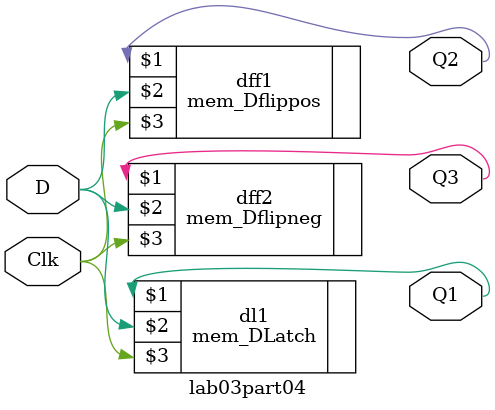
<source format=v>
module lab03part04(
	output Q1, Q2, Q3,
	input D, Clk
);
	mem_DLatch dl1(Q1, D, Clk);
	mem_Dflippos dff1(Q2, D, Clk);
	mem_Dflipneg dff2(Q3, D, Clk);
endmodule



</source>
